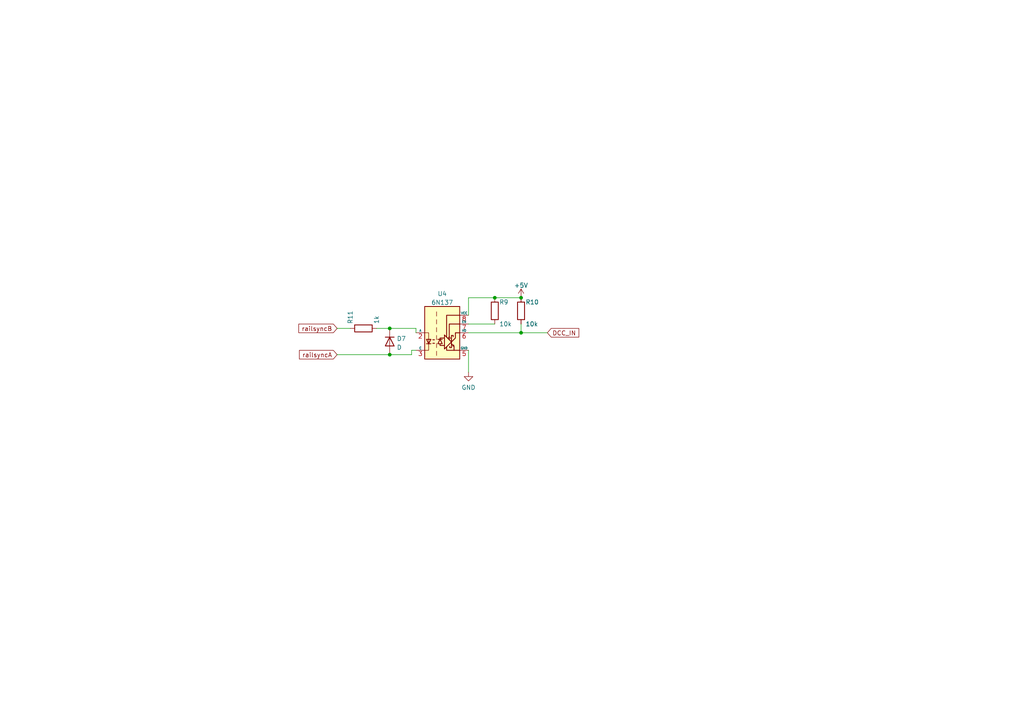
<source format=kicad_sch>
(kicad_sch (version 20211123) (generator eeschema)
  (paper "A4")
  (lib_symbols
    (symbol "Device:D" (pin_numbers hide) (pin_names (offset 1.016) hide)
      (property "Reference" "D" (at 0 2.54 0))
      (property "Value" "D" (at 0 -2.54 0))
      (symbol "D_0_1"
        (polyline (pts (xy -1.27 1.27) (xy -1.27 -1.27)) (stroke (width 0.254)))
        (polyline (pts (xy 1.27 0) (xy -1.27 0)))
        (polyline (pts (xy 1.27 1.27) (xy 1.27 -1.27) (xy -1.27 0) (xy 1.27 1.27)) (stroke (width 0.254)))
      )
      (symbol "D_1_1"
        (pin passive line (at -3.81 0 0) (length 2.54) (name "K") (number "1"))
        (pin passive line (at 3.81 0 180) (length 2.54) (name "A") (number "2"))
      )
    )
    (symbol "Device:R" (pin_numbers hide) (pin_names (offset 0))
      (property "Reference" "R" (at 2.032 0 90))
      (property "Value" "R" (at 0 0 90))
      (symbol "R_0_1"
        (rectangle (start -1.016 -2.54) (end 1.016 2.54) (stroke (width 0.254)))
      )
      (symbol "R_1_1"
        (pin passive line (at 0 3.81 270) (length 1.27) (name "~") (number "1"))
        (pin passive line (at 0 -3.81 90) (length 1.27) (name "~") (number "2"))
      )
    )
    (symbol "Isolator:6N137" (pin_names (offset 0))
      (property "Reference" "U" (at -4.064 8.89 0))
      (property "Value" "6N137" (at 0 -8.89 0))
      (symbol "6N137_0_1"
        (polyline (pts (xy 2.667 -3.556) (xy 2.667 -1.651)) (stroke (width 0.254)))
        (polyline (pts (xy 2.667 -2.159) (xy 2.667 -2.921)) (stroke (width 0.254)))
        (polyline (pts (xy 3.429 -3.937) (xy 3.429 -5.08)) (stroke (width 0.254)))
        (polyline (pts (xy -0.635 -3.302) (xy -0.635 -3.683) (xy 0.635 -3.683)) (stroke (width 0.254)))
        (polyline (pts (xy -0.635 -1.905) (xy -0.635 -1.524) (xy 0.508 -1.524)) (stroke (width 0.254)))
        (polyline (pts (xy 1.27 -4.064) (xy 1.27 -5.08) (xy 5.08 -5.08)) (stroke (width 0.254)))
        (polyline (pts (xy 1.27 -1.27) (xy 1.27 5.08) (xy 5.08 5.08)) (stroke (width 0.254)))
        (polyline (pts (xy 2.032 -1.27) (xy 2.032 2.54) (xy 5.08 2.54)) (stroke (width 0.254)))
        (polyline (pts (xy -5.08 -5.08) (xy -3.937 -5.08) (xy -3.937 0) (xy -5.08 0)))
        (polyline (pts (xy 2.667 -3.302) (xy 2.667 -4.318) (xy 2.159 -4.318) (xy 2.159 -3.937)) (stroke (width 0.254)))
        (polyline (pts (xy 2.667 -2.667) (xy 0.635 -4.699) (xy 0.635 -0.635) (xy 2.667 -2.667)) (stroke (width 0.254)))
        (polyline (pts (xy 2.667 -1.778) (xy 2.667 -0.762) (xy 3.175 -0.762) (xy 3.175 -1.143)) (stroke (width 0.254)))
        (polyline (pts (xy 2.794 -2.54) (xy 3.81 -1.524) (xy 3.81 0) (xy 5.08 0)) (stroke (width 0.254)))
        (polyline (pts (xy 2.667 -3.175) (xy 3.429 -3.937) (xy 3.302 -3.556) (xy 3.048 -3.81) (xy 3.429 -3.937)) (stroke (width 0.254)))
        (circle (center 2.032 -1.524) (radius 0.254) (stroke (width 0.254)))
      )
      (symbol "6N137_1_1"
        (rectangle (start -5.08 7.62) (end 5.08 -7.62) (stroke (width 0.254)) (fill (type background)))
        (polyline (pts (xy -4.572 -3.175) (xy -3.302 -3.175)) (stroke (width 0.254)))
        (polyline (pts (xy -1.651 -5.334) (xy -1.651 -6.604)))
        (polyline (pts (xy -1.651 -3.048) (xy -1.651 -4.318)))
        (polyline (pts (xy -1.651 -0.762) (xy -1.651 -2.032)))
        (polyline (pts (xy -1.651 1.524) (xy -1.651 0.254)))
        (polyline (pts (xy -1.651 3.81) (xy -1.651 2.54)))
        (polyline (pts (xy -1.651 6.096) (xy -1.651 4.826)))
        (polyline (pts (xy -1.27 -1.905) (xy 0 -1.905)) (stroke (width 0.254)))
        (polyline (pts (xy -3.937 -3.175) (xy -4.572 -1.905) (xy -3.302 -1.905) (xy -3.937 -3.175)) (stroke (width 0.254)))
        (polyline (pts (xy -0.635 -1.905) (xy -1.27 -3.175) (xy 0 -3.175) (xy -0.635 -1.905)) (stroke (width 0.254)))
        (polyline (pts (xy -2.921 -3.048) (xy -2.159 -3.048) (xy -2.54 -3.175) (xy -2.54 -2.921) (xy -2.159 -3.048)) (stroke (width 0.127)))
        (polyline (pts (xy -2.921 -2.032) (xy -2.159 -2.032) (xy -2.54 -2.159) (xy -2.54 -1.905) (xy -2.159 -2.032)) (stroke (width 0.127)))
        (pin no_connect line (at -5.08 5.08 0) (length 2.54) hide (name "NC") (number "1"))
        (pin passive line (at -7.62 0 0) (length 2.54) (name "A") (number "2"))
        (pin passive line (at -7.62 -5.08 0) (length 2.54) (name "C") (number "3"))
        (pin power_in line (at 7.62 -5.08 180) (length 2.54) (name "GND") (number "5"))
        (pin open_collector line (at 7.62 0 180) (length 2.54) (name "VO") (number "6"))
        (pin input line (at 7.62 2.54 180) (length 2.54) (name "EN") (number "7"))
        (pin power_in line (at 7.62 5.08 180) (length 2.54) (name "VCC") (number "8"))
      )
    )
    (symbol "power:+5V" (power) (pin_names (offset 0))
      (property "Value" "+5V" (at 0 3.556 0))
      (symbol "+5V_0_1"
        (polyline (pts (xy -0.762 1.27) (xy 0 2.54)))
        (polyline (pts (xy 0 0) (xy 0 2.54)))
        (polyline (pts (xy 0 2.54) (xy 0.762 1.27)))
      )
      (symbol "+5V_1_1"
        (pin power_in line (at 0 0 90) (length 0) hide (name "+5V") (number "1"))
      )
    )
    (symbol "power:GND" (power) (pin_names (offset 0))
      (property "Value" "GND" (at 0 -3.81 0))
      (symbol "GND_0_1"
        (polyline (pts (xy 0 0) (xy 0 -1.27) (xy 1.27 -1.27) (xy 0 -2.54) (xy -1.27 -1.27) (xy 0 -1.27)))
      )
      (symbol "GND_1_1"
        (pin power_in line (at 0 0 270) (length 0) hide (name "GND") (number "1"))
      )
    )
  )
  (junction (at 113.03 95.25))
  (junction (at 151.13 96.52))
  (junction (at 151.13 86.36))
  (junction (at 143.51 86.36))
  (junction (at 113.03 102.87))
  (wire (pts (xy 135.89 101.6) (xy 135.89 107.95)))
  (wire (pts (xy 151.13 96.52) (xy 158.75 96.52)))
  (wire (pts (xy 113.03 95.25) (xy 120.65 95.25)))
  (wire (pts (xy 97.79 102.87) (xy 113.03 102.87)))
  (wire (pts (xy 135.89 96.52) (xy 151.13 96.52)))
  (wire (pts (xy 113.03 102.87) (xy 119.38 102.87)))
  (wire (pts (xy 143.51 86.36) (xy 151.13 86.36)))
  (wire (pts (xy 119.38 101.6) (xy 119.38 102.87)))
  (wire (pts (xy 120.65 96.52) (xy 120.65 95.25)))
  (wire (pts (xy 135.89 93.98) (xy 143.51 93.98)))
  (wire (pts (xy 135.89 86.36) (xy 143.51 86.36)))
  (wire (pts (xy 135.89 91.44) (xy 135.89 86.36)))
  (wire (pts (xy 97.79 95.25) (xy 101.6 95.25)))
  (wire (pts (xy 151.13 96.52) (xy 151.13 93.98)))
  (wire (pts (xy 120.65 101.6) (xy 119.38 101.6)))
  (wire (pts (xy 109.22 95.25) (xy 113.03 95.25)))
  (global_label "railsyncA" (shape input) (at 97.79 102.87 180) (property "Intersheet References" "${INTERSHEET_REFS}" (effects hide)))
  (global_label "railsyncB" (shape input) (at 97.79 95.25 180) (property "Intersheet References" "${INTERSHEET_REFS}" (effects hide)))
  (global_label "DCC_IN" (shape input) (at 158.75 96.52 0) (property "Intersheet References" "${INTERSHEET_REFS}" (effects hide)))
  (symbol (lib_id "power:GND") (at 135.89 107.95 0) (unit 1)
    (property "Reference" "#PWR023" (effects hide))
    (property "Value" "GND" (at 135.89 112.3934 0))
  )
  (symbol (lib_id "power:+5V") (at 151.13 86.36 0) (unit 1)
    (property "Reference" "#PWR022" (effects hide))
    (property "Value" "+5V" (at 151.13 82.7842 0))
  )
  (symbol (lib_id "Device:R") (at 143.51 90.17 0) (unit 1)
    (property "Reference" "R9" (at 144.78 87.63 0) (effects (justify left)))
    (property "Value" "10k" (at 144.78 93.98 0) (effects (justify left)))
    (property "Footprint" "Resistor_SMD:R_0805_2012Metric_Pad1.20x1.40mm_HandSolder" (effects hide))
    (property "JLCPCB Part#" "C17414" (effects hide))
  )
  (symbol (lib_id "Device:R") (at 105.41 95.25 90) (unit 1)
    (property "Reference" "R11" (at 101.6 93.98 0) (effects (justify left)))
    (property "Value" "1k" (at 109.22 93.98 0) (effects (justify left)))
    (property "Footprint" "Resistor_SMD:R_0805_2012Metric_Pad1.20x1.40mm_HandSolder" (effects hide))
    (property "JLCPCB Part#" "C17513" (effects hide))
  )
  (symbol (lib_id "Device:D") (at 113.03 99.06 270) (unit 1)
    (property "Reference" "D7" (at 115.062 98.2253 90) (effects (justify left)))
    (property "Value" "D" (at 115.062 100.7622 90) (effects (justify left)))
    (property "Footprint" "Diode_SMD:D_1206_3216Metric" (effects hide))
  )
  (symbol (lib_id "Device:R") (at 151.13 90.17 0) (unit 1)
    (property "Reference" "R10" (at 152.4 87.63 0) (effects (justify left)))
    (property "Value" "10k" (at 152.4 93.98 0) (effects (justify left)))
    (property "Footprint" "Resistor_SMD:R_0805_2012Metric_Pad1.20x1.40mm_HandSolder" (effects hide))
    (property "JLCPCB Part#" "C17414" (effects hide))
  )
  (symbol (lib_id "Isolator:6N137") (at 128.27 96.52 0) (unit 1)
    (property "Reference" "U4" (at 128.27 85.2002 0))
    (property "Value" "6N137" (at 128.27 87.7371 0))
    (property "Footprint" "Package_SO:SOP-8_6.62x9.15mm_P2.54mm" (effects hide))
    (property "Datasheet" "https://datasheet.lcsc.com/szlcsc/1908282202_Everlight-Elec-6N137S1-TA_C110020.pdf" (effects hide))
    (property "JLCPCB Part#" "C110020" (effects hide))
  )
)
</source>
